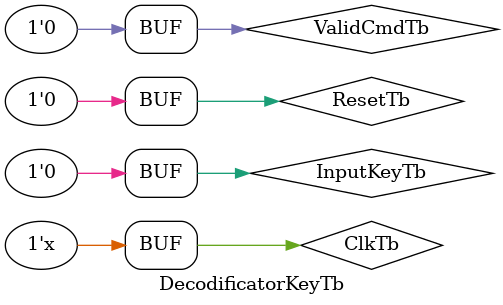
<source format=v>
`timescale 1ns/1ps
module DecodificatorKeyTb();

    reg ClkTb;
    reg ValidCmdTb;
    reg InputKeyTb;
    reg ResetTb;

    wire ActiveTb;
    wire ModeTb;

    DecodificatorKey DecodificatorKeyInst(.Clk(ClkTb),
                                          .Reset(ResetTb),
                                          .ValidCmd(ValidCmdTb),
                                          .InputKey(InputKeyTb),
                                          .Active(ActiveTb),
                                          .Mode(ModeTb));


    initial begin
        ClkTb = 0;
        ValidCmdTb = 0;
        InputKeyTb = 0;
        ResetTb = 1;
        $display("Reset Tb");
        #15;

        ResetTb = 1'b0;
        //Introduce InputKey
        ValidCmdTb = 1'b1;
        InputKeyTb = 1'b1;
        #10;
        InputKeyTb = 1'b0;
        #10
        InputKeyTb = 1'b1;
        #10
        InputKeyTb = 1'b0;
        #10
        //Mode = 1;
        InputKeyTb = 1'b1;
        #10;
        ValidCmdTb = 1'b0;
        InputKeyTb = 1'b0;
    end

    always #5 ClkTb = ~ClkTb;
endmodule
</source>
